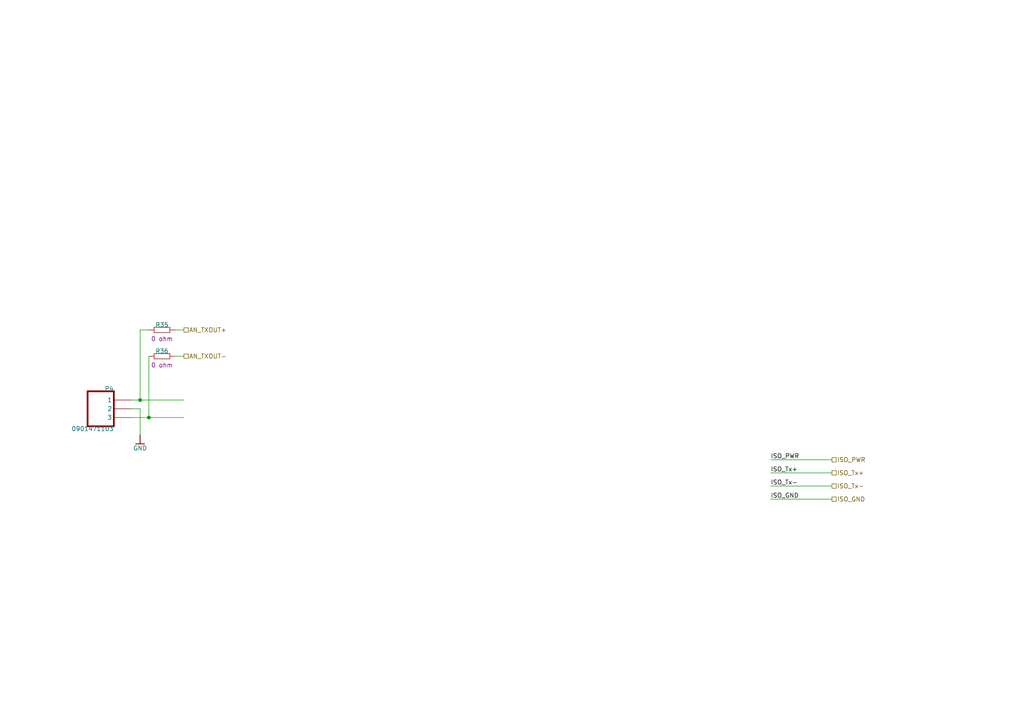
<source format=kicad_sch>
(kicad_sch
	(version 20250114)
	(generator "eeschema")
	(generator_version "9.0")
	(uuid "add7bd7c-738a-46ca-a378-becc8b4b86d7")
	(paper "A4")
	(title_block
		(title "${PRJ_Title} Analog to PWM")
		(date "2025-09-08")
		(rev "${SCH_Rev}")
		(company "${ORGANIZATION}")
		(comment 1 "https://github.com/ipmgroup")
	)
	(lib_symbols
		(symbol "Library:GND_BAR"
			(power)
			(exclude_from_sim no)
			(in_bom yes)
			(on_board yes)
			(property "Reference" "#PWR"
				(at 0 0 0)
				(effects
					(font
						(size 1.27 1.27)
					)
					(hide yes)
				)
			)
			(property "Value" "GND"
				(at 0 -3.81 0)
				(effects
					(font
						(size 1.27 1.27)
					)
				)
			)
			(property "Footprint" ""
				(at 0 0 0)
				(effects
					(font
						(size 1.27 1.27)
					)
					(hide yes)
				)
			)
			(property "Datasheet" ""
				(at 0 0 0)
				(effects
					(font
						(size 1.27 1.27)
					)
					(hide yes)
				)
			)
			(property "Description" "Power symbol creates a global label with name 'GND'"
				(at 0 0 0)
				(effects
					(font
						(size 1.27 1.27)
					)
					(hide yes)
				)
			)
			(property "ki_keywords" "power-flag"
				(at 0 0 0)
				(effects
					(font
						(size 1.27 1.27)
					)
					(hide yes)
				)
			)
			(symbol "GND_BAR_0_0"
				(polyline
					(pts
						(xy -1.27 -2.54) (xy 1.27 -2.54)
					)
					(stroke
						(width 0.254)
						(type solid)
					)
					(fill
						(type none)
					)
				)
				(polyline
					(pts
						(xy 0 0) (xy 0 -2.54)
					)
					(stroke
						(width 0.254)
						(type solid)
					)
					(fill
						(type none)
					)
				)
				(pin power_in line
					(at 0 0 0)
					(length 0)
					(hide yes)
					(name "GND"
						(effects
							(font
								(size 1.27 1.27)
							)
						)
					)
					(number ""
						(effects
							(font
								(size 1.27 1.27)
							)
						)
					)
				)
			)
			(embedded_fonts no)
		)
		(symbol "Library:U_PWM_0_Resistor"
			(pin_numbers
				(hide yes)
			)
			(pin_names
				(hide yes)
			)
			(exclude_from_sim no)
			(in_bom yes)
			(on_board yes)
			(property "Reference" ""
				(at 0 0 0)
				(effects
					(font
						(size 1.27 1.27)
					)
				)
			)
			(property "Value" ""
				(at 0 0 0)
				(effects
					(font
						(size 1.27 1.27)
					)
				)
			)
			(property "Footprint" ""
				(at 0 0 0)
				(effects
					(font
						(size 1.27 1.27)
					)
					(hide yes)
				)
			)
			(property "Datasheet" ""
				(at 0 0 0)
				(effects
					(font
						(size 1.27 1.27)
					)
					(hide yes)
				)
			)
			(property "Description" "RES, 0 ohm,  75 V, 0603, 100 mW"
				(at 0 0 0)
				(effects
					(font
						(size 1.27 1.27)
					)
					(hide yes)
				)
			)
			(property "ki_fp_filters" "*RESC1608X55N*"
				(at 0 0 0)
				(effects
					(font
						(size 1.27 1.27)
					)
					(hide yes)
				)
			)
			(symbol "U_PWM_0_Resistor_1_0"
				(polyline
					(pts
						(xy 1.524 0.762) (xy 1.524 -0.762)
					)
					(stroke
						(width 0)
						(type solid)
					)
					(fill
						(type none)
					)
				)
				(polyline
					(pts
						(xy 1.524 -0.762) (xy 6.096 -0.762)
					)
					(stroke
						(width 0)
						(type solid)
					)
					(fill
						(type none)
					)
				)
				(polyline
					(pts
						(xy 6.096 0.762) (xy 1.524 0.762)
					)
					(stroke
						(width 0)
						(type solid)
					)
					(fill
						(type none)
					)
				)
				(polyline
					(pts
						(xy 6.096 -0.762) (xy 6.096 0.762)
					)
					(stroke
						(width 0)
						(type solid)
					)
					(fill
						(type none)
					)
				)
				(pin passive line
					(at 0 0 0)
					(length 1.524)
					(name "1"
						(effects
							(font
								(size 1.27 1.27)
							)
						)
					)
					(number "1"
						(effects
							(font
								(size 1.27 1.27)
							)
						)
					)
				)
				(pin passive line
					(at 7.62 0 180)
					(length 1.524)
					(name "2"
						(effects
							(font
								(size 1.27 1.27)
							)
						)
					)
					(number "2"
						(effects
							(font
								(size 1.27 1.27)
							)
						)
					)
				)
			)
			(embedded_fonts no)
		)
		(symbol "Library:U_PWM_0_mirrored_Header 3 0901471103"
			(pin_numbers
				(hide yes)
			)
			(exclude_from_sim no)
			(in_bom yes)
			(on_board yes)
			(property "Reference" ""
				(at 0 0 0)
				(effects
					(font
						(size 1.27 1.27)
					)
				)
			)
			(property "Value" ""
				(at 0 0 0)
				(effects
					(font
						(size 1.27 1.27)
					)
				)
			)
			(property "Footprint" ""
				(at 0 0 0)
				(effects
					(font
						(size 1.27 1.27)
					)
					(hide yes)
				)
			)
			(property "Datasheet" ""
				(at 0 0 0)
				(effects
					(font
						(size 1.27 1.27)
					)
					(hide yes)
				)
			)
			(property "Description" "CONN RCPT 3POS 0.1 TIN PCB"
				(at 0 0 0)
				(effects
					(font
						(size 1.27 1.27)
					)
					(hide yes)
				)
			)
			(property "ki_fp_filters" "*HDR1X3{space}0901471103*"
				(at 0 0 0)
				(effects
					(font
						(size 1.27 1.27)
					)
					(hide yes)
				)
			)
			(symbol "U_PWM_0_mirrored_Header 3 0901471103_1_0"
				(polyline
					(pts
						(xy -5.08 0) (xy -5.08 -10.16) (xy -12.7 -10.16) (xy -12.7 0) (xy -5.08 0)
					)
					(stroke
						(width 0.508)
						(type solid)
					)
					(fill
						(type none)
					)
				)
				(pin passive line
					(at 0 -2.54 180)
					(length 5.08)
					(name "1"
						(effects
							(font
								(size 1.27 1.27)
							)
						)
					)
					(number "1"
						(effects
							(font
								(size 1.27 1.27)
							)
						)
					)
				)
				(pin passive line
					(at 0 -5.08 180)
					(length 5.08)
					(name "2"
						(effects
							(font
								(size 1.27 1.27)
							)
						)
					)
					(number "2"
						(effects
							(font
								(size 1.27 1.27)
							)
						)
					)
				)
				(pin passive line
					(at 0 -7.62 180)
					(length 5.08)
					(name "3"
						(effects
							(font
								(size 1.27 1.27)
							)
						)
					)
					(number "3"
						(effects
							(font
								(size 1.27 1.27)
							)
						)
					)
				)
			)
			(embedded_fonts no)
		)
	)
	(junction
		(at 43.18 121.1072)
		(diameter 0)
		(color 0 0 0 0)
		(uuid "1971c821-0e77-428f-a0e4-7fed4fef6bc0")
	)
	(junction
		(at 40.64 116.0272)
		(diameter 0)
		(color 0 0 0 0)
		(uuid "dc8f95c4-0468-42d8-a4a9-3a8fc593612f")
	)
	(wire
		(pts
			(xy 223.52 144.78) (xy 241.3 144.78)
		)
		(stroke
			(width 0)
			(type default)
		)
		(uuid "0093ae82-5df7-4b7f-81d6-0a4d578eddd8")
	)
	(wire
		(pts
			(xy 43.18 121.1072) (xy 53.34 121.1072)
		)
		(stroke
			(width 0)
			(type default)
		)
		(uuid "00e27ae5-1863-4157-a690-51bcd0cf8894")
	)
	(wire
		(pts
			(xy 53.34 116.0272) (xy 40.64 116.0272)
		)
		(stroke
			(width 0)
			(type default)
		)
		(uuid "39f738e0-8269-403d-98ba-a37900972914")
	)
	(wire
		(pts
			(xy 53.34 95.7072) (xy 50.8 95.7072)
		)
		(stroke
			(width 0)
			(type default)
		)
		(uuid "3a9b89bc-aeb9-47d4-ace6-414ed903479f")
	)
	(wire
		(pts
			(xy 223.52 137.16) (xy 241.3 137.16)
		)
		(stroke
			(width 0)
			(type default)
		)
		(uuid "3ccb6d4c-7bf0-410f-b640-c0bb8373ed71")
	)
	(wire
		(pts
			(xy 43.18 103.3272) (xy 43.18 121.1072)
		)
		(stroke
			(width 0)
			(type default)
		)
		(uuid "505e7a38-0e06-432f-b847-ed000bd5d0f7")
	)
	(wire
		(pts
			(xy 40.64 126.1872) (xy 40.64 118.5672)
		)
		(stroke
			(width 0)
			(type default)
		)
		(uuid "5da5fa7e-ca9b-4679-bd02-003a289a4217")
	)
	(wire
		(pts
			(xy 223.52 133.35) (xy 241.3 133.35)
		)
		(stroke
			(width 0)
			(type default)
		)
		(uuid "5f1a934c-bd72-4480-bcc3-2b562a672ae8")
	)
	(wire
		(pts
			(xy 40.64 118.5672) (xy 38.1 118.5672)
		)
		(stroke
			(width 0)
			(type default)
		)
		(uuid "628ce9db-cc1b-46d1-aec5-3f89bfa8327c")
	)
	(wire
		(pts
			(xy 40.64 116.0272) (xy 38.1 116.0272)
		)
		(stroke
			(width 0)
			(type default)
		)
		(uuid "65cf8a8d-f06c-4757-bd62-1c292b9f82ce")
	)
	(wire
		(pts
			(xy 40.64 95.7072) (xy 43.18 95.7072)
		)
		(stroke
			(width 0)
			(type default)
		)
		(uuid "769be683-2b1a-4907-a86b-5fc8b7ec2b11")
	)
	(wire
		(pts
			(xy 53.34 103.3272) (xy 50.8 103.3272)
		)
		(stroke
			(width 0)
			(type default)
		)
		(uuid "8c562b00-4eba-4be5-ba2e-9907071ad0ea")
	)
	(wire
		(pts
			(xy 40.64 116.0272) (xy 40.64 95.7072)
		)
		(stroke
			(width 0)
			(type default)
		)
		(uuid "915699ba-b415-45e3-8876-fb2510a5b8ff")
	)
	(wire
		(pts
			(xy 38.1 121.1072) (xy 43.18 121.1072)
		)
		(stroke
			(width 0)
			(type default)
		)
		(uuid "934ef773-c0a8-4e3d-86df-590af16af9a2")
	)
	(wire
		(pts
			(xy 223.52 140.97) (xy 241.3 140.97)
		)
		(stroke
			(width 0)
			(type default)
		)
		(uuid "db7ac327-0b35-430c-8e52-eba6532f219f")
	)
	(label "ISO_Tx-"
		(at 223.52 140.97 0)
		(effects
			(font
				(size 1.27 1.27)
			)
			(justify left bottom)
		)
		(uuid "39055330-2114-49d3-b706-4d788ee7bc1b")
	)
	(label "ISO_GND"
		(at 223.52 144.78 0)
		(effects
			(font
				(size 1.27 1.27)
			)
			(justify left bottom)
		)
		(uuid "6da7e33f-bac6-4e48-af73-39cf8ca2c2e6")
	)
	(label "ISO_Tx+"
		(at 223.52 137.16 0)
		(effects
			(font
				(size 1.27 1.27)
			)
			(justify left bottom)
		)
		(uuid "7a0c0498-5d09-4403-b507-532e1b3a0732")
	)
	(label "ISO_PWR"
		(at 223.52 133.35 0)
		(effects
			(font
				(size 1.27 1.27)
			)
			(justify left bottom)
		)
		(uuid "8f09a543-b782-435b-b346-11f15f282006")
	)
	(hierarchical_label "ISO_PWR"
		(shape passive)
		(at 241.3 133.35 0)
		(effects
			(font
				(size 1.27 1.27)
			)
			(justify left)
		)
		(uuid "02b8c9eb-917e-4021-a476-856454a1cf66")
	)
	(hierarchical_label "ISO_GND"
		(shape passive)
		(at 241.3 144.78 0)
		(effects
			(font
				(size 1.27 1.27)
			)
			(justify left)
		)
		(uuid "18dcbd4f-f0b2-4998-931a-a3b136cfa31c")
	)
	(hierarchical_label "AN_TXOUT-"
		(shape passive)
		(at 53.34 103.3272 0)
		(effects
			(font
				(size 1.27 1.27)
			)
			(justify left)
		)
		(uuid "347a1e43-fd38-43d4-a4ee-ea12776811db")
	)
	(hierarchical_label "ISO_Tx+"
		(shape passive)
		(at 241.3 137.16 0)
		(effects
			(font
				(size 1.27 1.27)
			)
			(justify left)
		)
		(uuid "53b55fa8-ddcc-405b-b5e8-75849dafa547")
	)
	(hierarchical_label "ISO_Tx-"
		(shape passive)
		(at 241.3 140.97 0)
		(effects
			(font
				(size 1.27 1.27)
			)
			(justify left)
		)
		(uuid "bbe735be-3723-414c-aaa3-05e626f3c09e")
	)
	(hierarchical_label "AN_TXOUT+"
		(shape passive)
		(at 53.34 95.7072 0)
		(effects
			(font
				(size 1.27 1.27)
			)
			(justify left)
		)
		(uuid "dbdbdd28-17e2-4857-8817-e188dc051062")
	)
	(symbol
		(lib_id "Library:GND_BAR")
		(at 40.64 126.1872 0)
		(unit 1)
		(exclude_from_sim no)
		(in_bom yes)
		(on_board yes)
		(dnp no)
		(uuid "079a65a2-38c4-4f39-bafd-40f3ac9580e8")
		(property "Reference" "#PWR0122"
			(at 40.64 126.1872 0)
			(effects
				(font
					(size 1.27 1.27)
				)
				(hide yes)
			)
		)
		(property "Value" "GND"
			(at 40.64 129.9972 0)
			(effects
				(font
					(size 1.27 1.27)
				)
			)
		)
		(property "Footprint" ""
			(at 40.64 126.1872 0)
			(effects
				(font
					(size 1.27 1.27)
				)
			)
		)
		(property "Datasheet" ""
			(at 40.64 126.1872 0)
			(effects
				(font
					(size 1.27 1.27)
				)
			)
		)
		(property "Description" ""
			(at 40.64 126.1872 0)
			(effects
				(font
					(size 1.27 1.27)
				)
			)
		)
		(pin ""
			(uuid "353360b8-4e7f-47fd-8ded-caf55a66ae32")
		)
		(instances
			(project ""
				(path "/0f7389cf-8fba-4f3b-b9ed-9a38d49797ae/0483b7c2-85fb-45be-93f5-1f614c2cebdf"
					(reference "#PWR0122")
					(unit 1)
				)
			)
		)
	)
	(symbol
		(lib_id "Library:U_PWM_0_mirrored_Header 3 0901471103")
		(at 38.1 113.4872 0)
		(unit 1)
		(exclude_from_sim no)
		(in_bom yes)
		(on_board yes)
		(dnp no)
		(uuid "99a18052-54cd-460d-9f67-2349d7600542")
		(property "Reference" "P4"
			(at 33.02 113.4872 0)
			(effects
				(font
					(size 1.27 1.27)
				)
				(justify right bottom)
			)
		)
		(property "Value" "${MANUFACTURER PART NUMBER}"
			(at 33.02 123.6472 0)
			(effects
				(font
					(size 1.27 1.27)
				)
				(justify right top)
			)
		)
		(property "Footprint" "HDR1X3 0901471103"
			(at 38.1 113.4872 0)
			(effects
				(font
					(size 1.27 1.27)
				)
				(hide yes)
			)
		)
		(property "Datasheet" ""
			(at 38.1 113.4872 0)
			(effects
				(font
					(size 1.27 1.27)
				)
				(hide yes)
			)
		)
		(property "Description" "CONN RCPT 3POS 0.1 TIN PCB"
			(at 38.1 113.4872 0)
			(effects
				(font
					(size 1.27 1.27)
				)
				(hide yes)
			)
		)
		(property "CASE" ""
			(at 24.638 112.7252 0)
			(effects
				(font
					(size 1.27 1.27)
				)
				(justify left bottom)
				(hide yes)
			)
		)
		(property "MANUFACTURER1 COMPONENTHEIGHT" "8.5mm"
			(at 24.638 112.7252 0)
			(effects
				(font
					(size 1.27 1.27)
				)
				(justify left bottom)
				(hide yes)
			)
		)
		(property "MANUFACTURER1 EXAMPLE" "Harwin"
			(at 24.638 112.7252 0)
			(effects
				(font
					(size 1.27 1.27)
				)
				(justify left bottom)
				(hide yes)
			)
		)
		(property "MANUFACTURER1 PART NUMBER" "M20-7820342"
			(at 24.638 112.7252 0)
			(effects
				(font
					(size 1.27 1.27)
				)
				(justify left bottom)
				(hide yes)
			)
		)
		(property "MANUFACTURER" "Molex"
			(at 24.638 112.7252 0)
			(effects
				(font
					(size 1.27 1.27)
				)
				(justify left bottom)
				(hide yes)
			)
		)
		(property "MANUFACTURER PART NUMBER" "0901471103"
			(at 24.638 112.7252 0)
			(effects
				(font
					(size 1.27 1.27)
				)
				(justify left bottom)
				(hide yes)
			)
		)
		(property "PART DESCRIPTION" "CONN RCPT 3POS 0.1 TIN PCB"
			(at 24.638 112.7252 0)
			(effects
				(font
					(size 1.27 1.27)
				)
				(justify left bottom)
				(hide yes)
			)
		)
		(property "PIN COUNT" "3"
			(at 24.638 112.7252 0)
			(effects
				(font
					(size 1.27 1.27)
				)
				(justify left bottom)
				(hide yes)
			)
		)
		(property "SMD" "No"
			(at 24.638 112.7252 0)
			(effects
				(font
					(size 1.27 1.27)
				)
				(justify left bottom)
				(hide yes)
			)
		)
		(property "PACKAGEDESCRIPTION" ""
			(at 24.638 112.7252 0)
			(effects
				(font
					(size 1.27 1.27)
				)
				(justify left bottom)
				(hide yes)
			)
		)
		(property "PITCH" "2.54mm"
			(at 24.638 112.7252 0)
			(effects
				(font
					(size 1.27 1.27)
				)
				(justify left bottom)
				(hide yes)
			)
		)
		(property "PART NUMBER" "0901471103"
			(at 24.638 112.7252 0)
			(effects
				(font
					(size 1.27 1.27)
				)
				(justify left bottom)
				(hide yes)
			)
		)
		(property "SUPPLIER 1" "Farnell"
			(at 24.638 112.7252 0)
			(effects
				(font
					(size 1.27 1.27)
				)
				(justify left bottom)
				(hide yes)
			)
		)
		(property "SUPPLIER 2" "RSComponents"
			(at 24.638 112.7252 0)
			(effects
				(font
					(size 1.27 1.27)
				)
				(justify left bottom)
				(hide yes)
			)
		)
		(property "SUPPLIER 3" "Digi-Key"
			(at 24.638 112.7252 0)
			(effects
				(font
					(size 1.27 1.27)
				)
				(justify left bottom)
				(hide yes)
			)
		)
		(property "SUPPLIER PART NUMBER 1" ""
			(at 24.638 112.7252 0)
			(effects
				(font
					(size 1.27 1.27)
				)
				(justify left bottom)
				(hide yes)
			)
		)
		(property "SUPPLIER PART NUMBER 2" ""
			(at 24.638 112.7252 0)
			(effects
				(font
					(size 1.27 1.27)
				)
				(justify left bottom)
				(hide yes)
			)
		)
		(property "SUPPLIER PART NUMBER 3" "952-1783-ND"
			(at 24.638 112.7252 0)
			(effects
				(font
					(size 1.27 1.27)
				)
				(justify left bottom)
				(hide yes)
			)
		)
		(pin "2"
			(uuid "32c0527f-308f-441a-8916-9e023767c922")
		)
		(pin "1"
			(uuid "9b7e6efd-9841-431a-89ab-6bf253d516cb")
		)
		(pin "3"
			(uuid "47696e36-83b6-4f6e-8d00-3b9409dd62a2")
		)
		(instances
			(project ""
				(path "/0f7389cf-8fba-4f3b-b9ed-9a38d49797ae/0483b7c2-85fb-45be-93f5-1f614c2cebdf"
					(reference "P4")
					(unit 1)
				)
			)
		)
	)
	(symbol
		(lib_id "Library:U_PWM_0_Resistor")
		(at 43.18 95.7072 0)
		(unit 1)
		(exclude_from_sim no)
		(in_bom yes)
		(on_board yes)
		(dnp no)
		(uuid "a0d28688-3c96-4278-8e90-b21f6bda88ca")
		(property "Reference" "R35"
			(at 46.99 94.9452 0)
			(effects
				(font
					(size 1.27 1.27)
				)
				(justify bottom)
			)
		)
		(property "Value" "${VALUEDISPLAYED}"
			(at 43.18 101.8032 0)
			(effects
				(font
					(size 1.27 1.27)
				)
				(justify left bottom)
				(hide yes)
			)
		)
		(property "Footprint" "RESC1608X55N"
			(at 43.18 95.7072 0)
			(effects
				(font
					(size 1.27 1.27)
				)
				(hide yes)
			)
		)
		(property "Datasheet" ""
			(at 43.18 95.7072 0)
			(effects
				(font
					(size 1.27 1.27)
				)
				(hide yes)
			)
		)
		(property "Description" "RES, 0 ohm,  75 V, 0603, 100 mW"
			(at 43.18 95.7072 0)
			(effects
				(font
					(size 1.27 1.27)
				)
				(hide yes)
			)
		)
		(property "VALUEDISPLAYED" "0 ohm"
			(at 46.99 99.0092 0)
			(effects
				(font
					(size 1.27 1.27)
				)
				(justify bottom)
			)
		)
		(property "PART NUMBER" "R0603_0R"
			(at 42.672 92.4052 0)
			(effects
				(font
					(size 1.27 1.27)
				)
				(justify left bottom)
				(hide yes)
			)
		)
		(property "CASE" "0603"
			(at 42.672 92.4052 0)
			(effects
				(font
					(size 1.27 1.27)
				)
				(justify left bottom)
				(hide yes)
			)
		)
		(property "DESIGNATOR" "R0603_0R"
			(at 42.672 92.4052 0)
			(effects
				(font
					(size 1.27 1.27)
				)
				(justify left bottom)
				(hide yes)
			)
		)
		(property "MANUFACTURER" "YAGEO"
			(at 42.672 92.4052 0)
			(effects
				(font
					(size 1.27 1.27)
				)
				(justify left bottom)
				(hide yes)
			)
		)
		(property "MANUFACTURER PART NUMBER" "RC0603FR-070RL"
			(at 42.672 92.4052 0)
			(effects
				(font
					(size 1.27 1.27)
				)
				(justify left bottom)
				(hide yes)
			)
		)
		(property "MANUFACTURER1" ""
			(at 42.672 92.4052 0)
			(effects
				(font
					(size 1.27 1.27)
				)
				(justify left bottom)
				(hide yes)
			)
		)
		(property "MANUFACTURER1 PART NUMBER" ""
			(at 42.672 92.4052 0)
			(effects
				(font
					(size 1.27 1.27)
				)
				(justify left bottom)
				(hide yes)
			)
		)
		(property "COMPONENT HEIGHT" "0.35mm"
			(at 42.672 92.4052 0)
			(effects
				(font
					(size 1.27 1.27)
				)
				(justify left bottom)
				(hide yes)
			)
		)
		(property "PART DESCRIPTION" "RES, 0 ohm, 75 V, 0603, 100 mW"
			(at 42.672 92.4052 0)
			(effects
				(font
					(size 1.27 1.27)
				)
				(justify left bottom)
				(hide yes)
			)
		)
		(property "PIN COUNT" "2"
			(at 42.672 92.4052 0)
			(effects
				(font
					(size 1.27 1.27)
				)
				(justify left bottom)
				(hide yes)
			)
		)
		(property "POWER" "0.1W"
			(at 42.672 92.4052 0)
			(effects
				(font
					(size 1.27 1.27)
				)
				(justify left bottom)
				(hide yes)
			)
		)
		(property "SMD" "Yes"
			(at 42.672 92.4052 0)
			(effects
				(font
					(size 1.27 1.27)
				)
				(justify left bottom)
				(hide yes)
			)
		)
		(property "VALUE" "0"
			(at 42.672 92.4052 0)
			(effects
				(font
					(size 1.27 1.27)
				)
				(justify left bottom)
				(hide yes)
			)
		)
		(property "TC" "±100ppm/°C"
			(at 42.672 92.4052 0)
			(effects
				(font
					(size 1.27 1.27)
				)
				(justify left bottom)
				(hide yes)
			)
		)
		(property "SUPPLIER 1" "Farnell"
			(at 42.672 92.4052 0)
			(effects
				(font
					(size 1.27 1.27)
				)
				(justify left bottom)
				(hide yes)
			)
		)
		(property "SUPPLIER 2" "RSComponents"
			(at 42.672 92.4052 0)
			(effects
				(font
					(size 1.27 1.27)
				)
				(justify left bottom)
				(hide yes)
			)
		)
		(property "SUPPLIER 3" "Digi-Key"
			(at 42.672 92.4052 0)
			(effects
				(font
					(size 1.27 1.27)
				)
				(justify left bottom)
				(hide yes)
			)
		)
		(property "SUPPLIER PART NUMBER 1" "2309106"
			(at 42.672 92.4052 0)
			(effects
				(font
					(size 1.27 1.27)
				)
				(justify left bottom)
				(hide yes)
			)
		)
		(property "SUPPLIER PART NUMBER 2" ""
			(at 42.672 92.4052 0)
			(effects
				(font
					(size 1.27 1.27)
				)
				(justify left bottom)
				(hide yes)
			)
		)
		(property "SUPPLIER PART NUMBER 3" "311-0.0HRCT-ND"
			(at 42.672 92.4052 0)
			(effects
				(font
					(size 1.27 1.27)
				)
				(justify left bottom)
				(hide yes)
			)
		)
		(property "TOLERANCE" "±1%"
			(at 42.672 92.4052 0)
			(effects
				(font
					(size 1.27 1.27)
				)
				(justify left bottom)
				(hide yes)
			)
		)
		(pin "1"
			(uuid "e5e57364-e809-45ba-8582-6ed8fc04172e")
		)
		(pin "2"
			(uuid "f0d02bcc-eaa6-4794-986c-ac5114bb3eb3")
		)
		(instances
			(project ""
				(path "/0f7389cf-8fba-4f3b-b9ed-9a38d49797ae/0483b7c2-85fb-45be-93f5-1f614c2cebdf"
					(reference "R35")
					(unit 1)
				)
			)
		)
	)
	(symbol
		(lib_id "Library:U_PWM_0_Resistor")
		(at 43.18 103.3272 0)
		(unit 1)
		(exclude_from_sim no)
		(in_bom yes)
		(on_board yes)
		(dnp no)
		(uuid "ca6744f0-6f8f-4ad0-8aeb-afe7000bcc7a")
		(property "Reference" "R36"
			(at 46.99 102.5652 0)
			(effects
				(font
					(size 1.27 1.27)
				)
				(justify bottom)
			)
		)
		(property "Value" "${VALUEDISPLAYED}"
			(at 43.18 109.4232 0)
			(effects
				(font
					(size 1.27 1.27)
				)
				(justify left bottom)
				(hide yes)
			)
		)
		(property "Footprint" "RESC1608X55N"
			(at 43.18 103.3272 0)
			(effects
				(font
					(size 1.27 1.27)
				)
				(hide yes)
			)
		)
		(property "Datasheet" ""
			(at 43.18 103.3272 0)
			(effects
				(font
					(size 1.27 1.27)
				)
				(hide yes)
			)
		)
		(property "Description" "RES, 0 ohm,  75 V, 0603, 100 mW"
			(at 43.18 103.3272 0)
			(effects
				(font
					(size 1.27 1.27)
				)
				(hide yes)
			)
		)
		(property "VALUEDISPLAYED" "0 ohm"
			(at 46.99 106.6292 0)
			(effects
				(font
					(size 1.27 1.27)
				)
				(justify bottom)
			)
		)
		(property "PART NUMBER" "R0603_0R"
			(at 42.672 100.0252 0)
			(effects
				(font
					(size 1.27 1.27)
				)
				(justify left bottom)
				(hide yes)
			)
		)
		(property "CASE" "0603"
			(at 42.672 100.0252 0)
			(effects
				(font
					(size 1.27 1.27)
				)
				(justify left bottom)
				(hide yes)
			)
		)
		(property "DESIGNATOR" "R0603_0R"
			(at 42.672 100.0252 0)
			(effects
				(font
					(size 1.27 1.27)
				)
				(justify left bottom)
				(hide yes)
			)
		)
		(property "MANUFACTURER" "YAGEO"
			(at 42.672 100.0252 0)
			(effects
				(font
					(size 1.27 1.27)
				)
				(justify left bottom)
				(hide yes)
			)
		)
		(property "MANUFACTURER PART NUMBER" "RC0603FR-070RL"
			(at 42.672 100.0252 0)
			(effects
				(font
					(size 1.27 1.27)
				)
				(justify left bottom)
				(hide yes)
			)
		)
		(property "MANUFACTURER1" ""
			(at 42.672 100.0252 0)
			(effects
				(font
					(size 1.27 1.27)
				)
				(justify left bottom)
				(hide yes)
			)
		)
		(property "MANUFACTURER1 PART NUMBER" ""
			(at 42.672 100.0252 0)
			(effects
				(font
					(size 1.27 1.27)
				)
				(justify left bottom)
				(hide yes)
			)
		)
		(property "COMPONENT HEIGHT" "0.35mm"
			(at 42.672 100.0252 0)
			(effects
				(font
					(size 1.27 1.27)
				)
				(justify left bottom)
				(hide yes)
			)
		)
		(property "PART DESCRIPTION" "RES, 0 ohm, 75 V, 0603, 100 mW"
			(at 42.672 100.0252 0)
			(effects
				(font
					(size 1.27 1.27)
				)
				(justify left bottom)
				(hide yes)
			)
		)
		(property "PIN COUNT" "2"
			(at 42.672 100.0252 0)
			(effects
				(font
					(size 1.27 1.27)
				)
				(justify left bottom)
				(hide yes)
			)
		)
		(property "POWER" "0.1W"
			(at 42.672 100.0252 0)
			(effects
				(font
					(size 1.27 1.27)
				)
				(justify left bottom)
				(hide yes)
			)
		)
		(property "SMD" "Yes"
			(at 42.672 100.0252 0)
			(effects
				(font
					(size 1.27 1.27)
				)
				(justify left bottom)
				(hide yes)
			)
		)
		(property "VALUE" "0"
			(at 42.672 100.0252 0)
			(effects
				(font
					(size 1.27 1.27)
				)
				(justify left bottom)
				(hide yes)
			)
		)
		(property "TC" "±100ppm/°C"
			(at 42.672 100.0252 0)
			(effects
				(font
					(size 1.27 1.27)
				)
				(justify left bottom)
				(hide yes)
			)
		)
		(property "SUPPLIER 1" "Farnell"
			(at 42.672 100.0252 0)
			(effects
				(font
					(size 1.27 1.27)
				)
				(justify left bottom)
				(hide yes)
			)
		)
		(property "SUPPLIER 2" "RSComponents"
			(at 42.672 100.0252 0)
			(effects
				(font
					(size 1.27 1.27)
				)
				(justify left bottom)
				(hide yes)
			)
		)
		(property "SUPPLIER 3" "Digi-Key"
			(at 42.672 100.0252 0)
			(effects
				(font
					(size 1.27 1.27)
				)
				(justify left bottom)
				(hide yes)
			)
		)
		(property "SUPPLIER PART NUMBER 1" "2309106"
			(at 42.672 100.0252 0)
			(effects
				(font
					(size 1.27 1.27)
				)
				(justify left bottom)
				(hide yes)
			)
		)
		(property "SUPPLIER PART NUMBER 2" ""
			(at 42.672 100.0252 0)
			(effects
				(font
					(size 1.27 1.27)
				)
				(justify left bottom)
				(hide yes)
			)
		)
		(property "SUPPLIER PART NUMBER 3" "311-0.0HRCT-ND"
			(at 42.672 100.0252 0)
			(effects
				(font
					(size 1.27 1.27)
				)
				(justify left bottom)
				(hide yes)
			)
		)
		(property "TOLERANCE" "±1%"
			(at 42.672 100.0252 0)
			(effects
				(font
					(size 1.27 1.27)
				)
				(justify left bottom)
				(hide yes)
			)
		)
		(pin "2"
			(uuid "ae387d3a-693c-48c4-b7ad-7e7254b6d69e")
		)
		(pin "1"
			(uuid "de95822a-474a-4b8d-8ffa-4a0881cc0474")
		)
		(instances
			(project ""
				(path "/0f7389cf-8fba-4f3b-b9ed-9a38d49797ae/0483b7c2-85fb-45be-93f5-1f614c2cebdf"
					(reference "R36")
					(unit 1)
				)
			)
		)
	)
)

</source>
